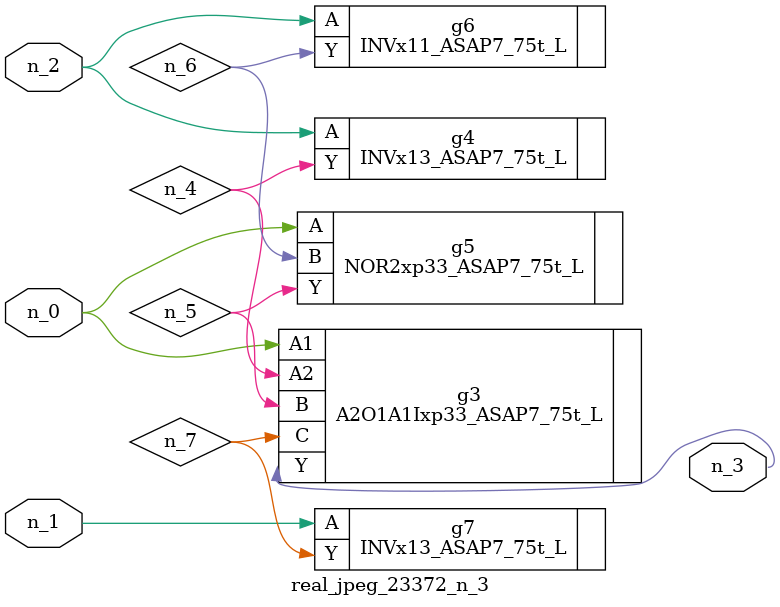
<source format=v>
module real_jpeg_23372_n_3 (n_1, n_0, n_2, n_3);

input n_1;
input n_0;
input n_2;

output n_3;

wire n_5;
wire n_4;
wire n_6;
wire n_7;

A2O1A1Ixp33_ASAP7_75t_L g3 ( 
.A1(n_0),
.A2(n_4),
.B(n_5),
.C(n_7),
.Y(n_3)
);

NOR2xp33_ASAP7_75t_L g5 ( 
.A(n_0),
.B(n_6),
.Y(n_5)
);

INVx13_ASAP7_75t_L g7 ( 
.A(n_1),
.Y(n_7)
);

INVx13_ASAP7_75t_L g4 ( 
.A(n_2),
.Y(n_4)
);

INVx11_ASAP7_75t_L g6 ( 
.A(n_2),
.Y(n_6)
);


endmodule
</source>
